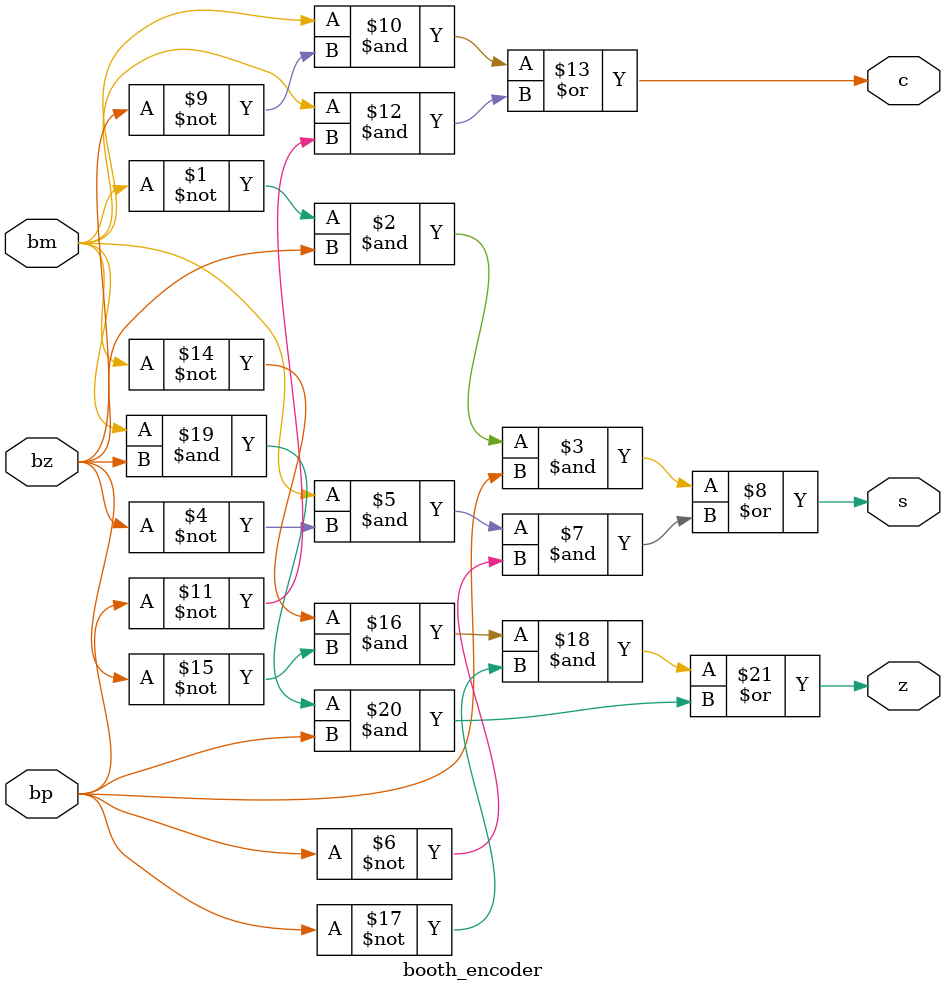
<source format=sv>
module booth_encoder(
  input wire bp, bz, bm,
  output wire s, c, z);
  
  assign s = (~bm & bz & bp) | (bm & ~bz & ~bp);
  assign c = (bm & ~bz) | (bm & ~bp);
  assign z = (~bm & ~bz & ~bp) | (bm & bz & bp);
  
endmodule
</source>
